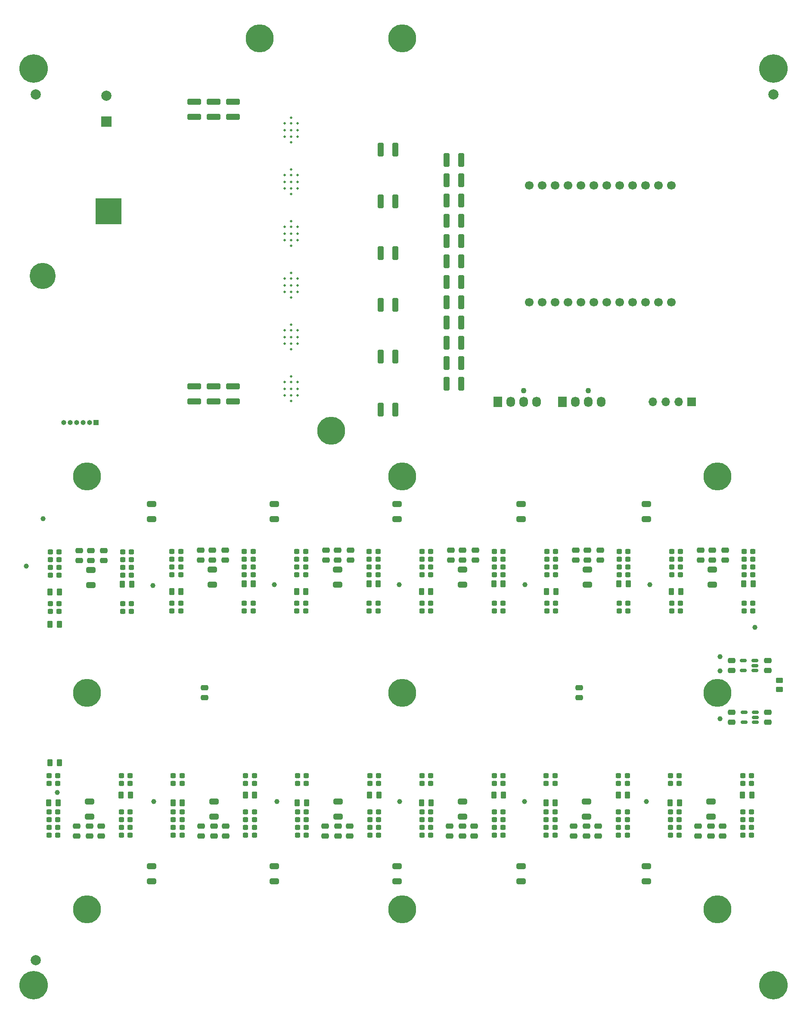
<source format=gbs>
G04 #@! TF.GenerationSoftware,KiCad,Pcbnew,8.0.6*
G04 #@! TF.CreationDate,2024-11-29T22:56:50+01:00*
G04 #@! TF.ProjectId,NerdEKO-Gamma-NoATX,4e657264-454b-44f2-9d47-616d6d612d4e,rev?*
G04 #@! TF.SameCoordinates,Original*
G04 #@! TF.FileFunction,Soldermask,Bot*
G04 #@! TF.FilePolarity,Negative*
%FSLAX46Y46*%
G04 Gerber Fmt 4.6, Leading zero omitted, Abs format (unit mm)*
G04 Created by KiCad (PCBNEW 8.0.6) date 2024-11-29 22:56:50*
%MOMM*%
%LPD*%
G01*
G04 APERTURE LIST*
G04 Aperture macros list*
%AMRoundRect*
0 Rectangle with rounded corners*
0 $1 Rounding radius*
0 $2 $3 $4 $5 $6 $7 $8 $9 X,Y pos of 4 corners*
0 Add a 4 corners polygon primitive as box body*
4,1,4,$2,$3,$4,$5,$6,$7,$8,$9,$2,$3,0*
0 Add four circle primitives for the rounded corners*
1,1,$1+$1,$2,$3*
1,1,$1+$1,$4,$5*
1,1,$1+$1,$6,$7*
1,1,$1+$1,$8,$9*
0 Add four rect primitives between the rounded corners*
20,1,$1+$1,$2,$3,$4,$5,0*
20,1,$1+$1,$4,$5,$6,$7,0*
20,1,$1+$1,$6,$7,$8,$9,0*
20,1,$1+$1,$8,$9,$2,$3,0*%
G04 Aperture macros list end*
%ADD10C,5.600000*%
%ADD11C,5.500000*%
%ADD12C,1.700000*%
%ADD13C,0.499999*%
%ADD14RoundRect,0.076200X-2.488000X2.488000X-2.488000X-2.488000X2.488000X-2.488000X2.488000X2.488000X0*%
%ADD15C,5.128400*%
%ADD16R,2.000000X2.000000*%
%ADD17C,2.000000*%
%ADD18C,1.100000*%
%ADD19R,1.730000X2.030000*%
%ADD20O,1.730000X2.030000*%
%ADD21R,1.700000X1.700000*%
%ADD22O,1.700000X1.700000*%
%ADD23RoundRect,0.250000X-0.650000X0.325000X-0.650000X-0.325000X0.650000X-0.325000X0.650000X0.325000X0*%
%ADD24RoundRect,0.250000X-0.262500X-0.450000X0.262500X-0.450000X0.262500X0.450000X-0.262500X0.450000X0*%
%ADD25RoundRect,0.250000X0.325000X1.100000X-0.325000X1.100000X-0.325000X-1.100000X0.325000X-1.100000X0*%
%ADD26RoundRect,0.237500X-0.300000X-0.237500X0.300000X-0.237500X0.300000X0.237500X-0.300000X0.237500X0*%
%ADD27RoundRect,0.250000X0.262500X0.450000X-0.262500X0.450000X-0.262500X-0.450000X0.262500X-0.450000X0*%
%ADD28RoundRect,0.237500X0.300000X0.237500X-0.300000X0.237500X-0.300000X-0.237500X0.300000X-0.237500X0*%
%ADD29RoundRect,0.250000X0.475000X-0.250000X0.475000X0.250000X-0.475000X0.250000X-0.475000X-0.250000X0*%
%ADD30RoundRect,0.250000X-0.325000X-1.100000X0.325000X-1.100000X0.325000X1.100000X-0.325000X1.100000X0*%
%ADD31C,1.000000*%
%ADD32RoundRect,0.250000X-0.475000X0.250000X-0.475000X-0.250000X0.475000X-0.250000X0.475000X0.250000X0*%
%ADD33RoundRect,0.250000X-1.100000X0.325000X-1.100000X-0.325000X1.100000X-0.325000X1.100000X0.325000X0*%
%ADD34RoundRect,0.250000X0.650000X-0.325000X0.650000X0.325000X-0.650000X0.325000X-0.650000X-0.325000X0*%
%ADD35RoundRect,0.250000X1.100000X-0.325000X1.100000X0.325000X-1.100000X0.325000X-1.100000X-0.325000X0*%
%ADD36RoundRect,0.250000X-0.450000X0.262500X-0.450000X-0.262500X0.450000X-0.262500X0.450000X0.262500X0*%
%ADD37R,1.000000X1.000000*%
%ADD38O,1.000000X1.000000*%
%ADD39RoundRect,0.150000X0.512500X0.150000X-0.512500X0.150000X-0.512500X-0.150000X0.512500X-0.150000X0*%
G04 APERTURE END LIST*
D10*
X185009218Y-214951644D03*
X39509218Y-34951644D03*
D11*
X174000000Y-115000000D03*
X174000000Y-200000000D03*
X174000000Y-157500000D03*
D10*
X185009218Y-34951644D03*
D12*
X136992000Y-57882000D03*
X139532000Y-57882000D03*
X142072000Y-57882000D03*
X144612000Y-57882000D03*
X147152000Y-57882000D03*
X149692000Y-57882000D03*
X152232000Y-57882000D03*
X154772000Y-57882000D03*
X157312000Y-57882000D03*
X159852000Y-57882000D03*
X162392000Y-57882000D03*
X164932000Y-57882000D03*
X164932000Y-80802000D03*
X162392000Y-80802000D03*
X159852000Y-80802000D03*
X157312000Y-80802000D03*
X154772000Y-80802000D03*
X152232000Y-80802000D03*
X149692000Y-80802000D03*
X147152000Y-80802000D03*
X144612000Y-80802000D03*
X142072000Y-80802000D03*
X139532000Y-80802000D03*
X136992000Y-80802000D03*
D13*
X91470003Y-99110000D03*
X91470003Y-97790000D03*
X91470003Y-96470000D03*
X90170003Y-100190000D03*
X90170000Y-99110000D03*
X90170000Y-97790000D03*
X90170000Y-95390000D03*
X90169998Y-96470000D03*
X88870003Y-99110000D03*
X88870003Y-97790000D03*
X88870003Y-96470000D03*
X91470003Y-68630000D03*
X91470003Y-67310000D03*
X91470003Y-65990000D03*
X90170003Y-69710000D03*
X90170000Y-68630000D03*
X90170000Y-67310000D03*
X90170000Y-64910000D03*
X90169998Y-65990000D03*
X88870003Y-68630000D03*
X88870003Y-67310000D03*
X88870003Y-65990000D03*
D14*
X54282000Y-62921500D03*
D15*
X41282000Y-75621500D03*
D11*
X112000000Y-29000000D03*
X98000000Y-106000000D03*
D13*
X91470003Y-48310000D03*
X91470003Y-46990000D03*
X91470003Y-45670000D03*
X90170003Y-49390000D03*
X90170000Y-48310000D03*
X90170000Y-46990000D03*
X90170000Y-44590000D03*
X90169998Y-45670000D03*
X88870003Y-48310000D03*
X88870003Y-46990000D03*
X88870003Y-45670000D03*
D11*
X112000000Y-200000000D03*
D16*
X53848000Y-45293677D03*
D17*
X53848000Y-40293677D03*
D18*
X135890000Y-98170000D03*
D19*
X130810000Y-100330000D03*
D20*
X133350000Y-100330000D03*
X135890000Y-100330000D03*
X138430000Y-100330000D03*
D11*
X84000000Y-29000000D03*
X50000000Y-157500000D03*
D13*
X91470003Y-88950000D03*
X91470003Y-87630000D03*
X91470003Y-86310000D03*
X90170003Y-90030000D03*
X90170000Y-88950000D03*
X90170000Y-87630000D03*
X90170000Y-85230000D03*
X90169998Y-86310000D03*
X88870003Y-88950000D03*
X88870003Y-87630000D03*
X88870003Y-86310000D03*
D18*
X148590000Y-98170000D03*
D19*
X143510000Y-100330000D03*
D20*
X146050000Y-100330000D03*
X148590000Y-100330000D03*
X151130000Y-100330000D03*
D11*
X112000000Y-115000000D03*
X50000000Y-200000000D03*
D10*
X39509218Y-214951644D03*
D11*
X50000000Y-115000000D03*
D13*
X91470003Y-78790000D03*
X91470003Y-77470000D03*
X91470003Y-76150000D03*
X90170003Y-79870000D03*
X90170000Y-78790000D03*
X90170000Y-77470000D03*
X90170000Y-75070000D03*
X90169998Y-76150000D03*
X88870003Y-78790000D03*
X88870003Y-77470000D03*
X88870003Y-76150000D03*
D21*
X168910000Y-100330000D03*
D22*
X166370000Y-100330000D03*
X163830000Y-100330000D03*
X161290000Y-100330000D03*
D13*
X91470003Y-58470000D03*
X91470003Y-57150000D03*
X91470003Y-55830000D03*
X90170003Y-59550000D03*
X90170000Y-58470000D03*
X90170000Y-57150000D03*
X90170000Y-54750000D03*
X90169998Y-55830000D03*
X88870003Y-58470000D03*
X88870003Y-57150000D03*
X88870003Y-55830000D03*
D11*
X112000000Y-157500000D03*
D23*
X160020000Y-191565000D03*
X160020000Y-194515000D03*
D24*
X154484700Y-177546001D03*
X156309700Y-177546001D03*
D25*
X110695000Y-91440000D03*
X107745000Y-91440000D03*
D26*
X42825500Y-131318000D03*
X44550500Y-131318000D03*
X179223500Y-141390667D03*
X180948500Y-141390667D03*
D27*
X156430365Y-136056667D03*
X154605365Y-136056667D03*
D23*
X172974000Y-133311667D03*
X172974000Y-136261667D03*
D28*
X156380365Y-129706667D03*
X154655365Y-129706667D03*
D26*
X81230302Y-173736000D03*
X82955302Y-173736000D03*
D29*
X96983599Y-131418667D03*
X96983599Y-129518667D03*
D30*
X120699000Y-68810908D03*
X123649000Y-68810908D03*
D28*
X93166102Y-183895998D03*
X91441102Y-183895998D03*
X82955301Y-183895999D03*
X81230301Y-183895999D03*
X156380365Y-132754667D03*
X154655365Y-132754667D03*
D31*
X44196000Y-177038000D03*
D26*
X91441102Y-175259999D03*
X93166102Y-175259999D03*
D23*
X74701466Y-133311667D03*
X74701466Y-136261667D03*
D28*
X107244099Y-134278667D03*
X105519099Y-134278667D03*
D26*
X80950966Y-131230667D03*
X82675966Y-131230667D03*
D32*
X175005999Y-183708000D03*
X175005999Y-185608000D03*
X123850400Y-183708000D03*
X123850400Y-185608000D03*
D26*
X154534699Y-185420000D03*
X156259699Y-185420000D03*
D24*
X130049900Y-177546001D03*
X131874900Y-177546001D03*
D26*
X164999500Y-139866667D03*
X166724500Y-139866667D03*
D27*
X142206365Y-137580667D03*
X140381365Y-137580667D03*
D32*
X101701601Y-183707999D03*
X101701601Y-185607999D03*
D26*
X42571502Y-182371998D03*
X44296502Y-182371998D03*
D24*
X164695500Y-179069999D03*
X166520500Y-179069999D03*
D32*
X50546002Y-183707999D03*
X50546002Y-185607999D03*
D33*
X78740000Y-97331000D03*
X78740000Y-100281000D03*
D28*
X131824900Y-175260001D03*
X130099900Y-175260001D03*
D29*
X53340000Y-131506000D03*
X53340000Y-129606000D03*
X72415466Y-131418667D03*
X72415466Y-129518667D03*
D26*
X66726966Y-139866667D03*
X68451966Y-139866667D03*
X115875900Y-180847999D03*
X117600900Y-180847999D03*
D31*
X136144000Y-136271000D03*
D26*
X81230302Y-182371999D03*
X82955302Y-182371999D03*
D28*
X142156365Y-141390667D03*
X140431365Y-141390667D03*
D27*
X180998500Y-136056667D03*
X179173500Y-136056667D03*
D28*
X82955302Y-175260000D03*
X81230302Y-175260000D03*
D30*
X120699000Y-52832000D03*
X123649000Y-52832000D03*
D32*
X148285200Y-183708000D03*
X148285200Y-185608000D03*
D29*
X123837732Y-131418667D03*
X123837732Y-129518667D03*
X99269599Y-131418667D03*
X99269599Y-129518667D03*
D27*
X44600500Y-137668000D03*
X42775500Y-137668000D03*
D26*
X56795502Y-173736000D03*
X58520502Y-173736000D03*
X130087232Y-141390667D03*
X131812232Y-141390667D03*
X164745500Y-185419999D03*
X166470500Y-185419999D03*
D28*
X68451966Y-129706667D03*
X66726966Y-129706667D03*
D34*
X135382000Y-123395000D03*
X135382000Y-120445000D03*
D23*
X86868000Y-191565000D03*
X86868000Y-194515000D03*
D28*
X131812232Y-134278667D03*
X130087232Y-134278667D03*
D27*
X93070099Y-137580667D03*
X91245099Y-137580667D03*
D29*
X121551732Y-131418667D03*
X121551732Y-129518667D03*
D26*
X164745500Y-180847999D03*
X166470500Y-180847999D03*
D28*
X166724500Y-134278667D03*
X164999500Y-134278667D03*
D30*
X120699000Y-56826727D03*
X123649000Y-56826727D03*
D26*
X140310700Y-185419999D03*
X142035700Y-185419999D03*
X57049500Y-141478000D03*
X58774500Y-141478000D03*
D28*
X180948500Y-134278667D03*
X179223500Y-134278667D03*
D27*
X82725966Y-136056667D03*
X80900966Y-136056667D03*
D28*
X180694500Y-175260001D03*
X178969500Y-175260001D03*
D24*
X56745502Y-177546000D03*
X58570502Y-177546000D03*
D23*
X135382000Y-191565000D03*
X135382000Y-194515000D03*
D26*
X67006302Y-182371998D03*
X68731302Y-182371998D03*
D28*
X58520501Y-183895999D03*
X56795501Y-183895999D03*
D32*
X150571199Y-183708000D03*
X150571199Y-185608000D03*
D26*
X130099899Y-185420000D03*
X131824899Y-185420000D03*
D31*
X41402000Y-123317000D03*
D28*
X117600900Y-183895999D03*
X115875900Y-183895999D03*
D26*
X115863232Y-131230667D03*
X117588232Y-131230667D03*
D34*
X123850400Y-181815000D03*
X123850400Y-178865000D03*
D26*
X91441102Y-185419998D03*
X93166102Y-185419998D03*
X81230302Y-180847999D03*
X82955302Y-180847999D03*
X105665102Y-182371999D03*
X107390102Y-182371999D03*
D29*
X101809599Y-131418667D03*
X101809599Y-129518667D03*
D28*
X44550500Y-134366000D03*
X42825500Y-134366000D03*
D34*
X99415602Y-181814999D03*
X99415602Y-178864999D03*
D26*
X42571502Y-175259999D03*
X44296502Y-175259999D03*
D28*
X44296503Y-173735999D03*
X42571503Y-173735999D03*
D26*
X154534700Y-173736001D03*
X156259700Y-173736001D03*
D29*
X172974000Y-131418667D03*
X172974000Y-129518667D03*
D26*
X105519099Y-141390667D03*
X107244099Y-141390667D03*
X154534700Y-180848000D03*
X156259700Y-180848000D03*
D31*
X174498000Y-153162000D03*
D34*
X160020000Y-123395000D03*
X160020000Y-120445000D03*
D32*
X183896000Y-151196000D03*
X183896000Y-153096000D03*
D26*
X67006302Y-175259999D03*
X68731302Y-175259999D03*
D28*
X117588232Y-141390667D03*
X115863232Y-141390667D03*
D26*
X154655365Y-131230667D03*
X156380365Y-131230667D03*
D28*
X58774500Y-139954000D03*
X57049500Y-139954000D03*
D33*
X71120000Y-97331000D03*
X71120000Y-100281000D03*
D26*
X56795501Y-185419999D03*
X58520501Y-185419999D03*
D28*
X180948500Y-129706667D03*
X179223500Y-129706667D03*
D31*
X174498000Y-150368000D03*
D28*
X93166103Y-173735999D03*
X91441103Y-173735999D03*
D24*
X66956302Y-179069998D03*
X68781302Y-179069998D03*
D28*
X117600901Y-173736000D03*
X115875901Y-173736000D03*
X68731303Y-173735999D03*
X67006303Y-173735999D03*
D32*
X183896000Y-161356000D03*
X183896000Y-163256000D03*
D24*
X81180302Y-177546000D03*
X83005302Y-177546000D03*
D34*
X148285200Y-181815000D03*
X148285200Y-178865000D03*
D26*
X66726966Y-131230667D03*
X68451966Y-131230667D03*
D28*
X82675966Y-139866667D03*
X80950966Y-139866667D03*
D31*
X174498000Y-162560000D03*
D26*
X178969500Y-182372000D03*
X180694500Y-182372000D03*
D32*
X73152000Y-156530000D03*
X73152000Y-158430000D03*
D23*
X123837732Y-133311667D03*
X123837732Y-136261667D03*
D31*
X38100000Y-132588000D03*
D35*
X78740000Y-44401000D03*
X78740000Y-41451000D03*
D27*
X44600500Y-144018000D03*
X42775500Y-144018000D03*
D26*
X140310700Y-182371999D03*
X142035700Y-182371999D03*
D31*
X63119000Y-178816000D03*
D28*
X58774500Y-134366000D03*
X57049500Y-134366000D03*
D32*
X99415602Y-183707999D03*
X99415602Y-185607999D03*
D26*
X81230301Y-185419999D03*
X82955301Y-185419999D03*
D28*
X156259700Y-175260001D03*
X154534700Y-175260001D03*
D29*
X126377732Y-131418667D03*
X126377732Y-129518667D03*
D27*
X131862232Y-136056667D03*
X130037232Y-136056667D03*
D28*
X58520502Y-175260000D03*
X56795502Y-175260000D03*
D23*
X62738000Y-191565000D03*
X62738000Y-194515000D03*
D28*
X180948500Y-132754667D03*
X179223500Y-132754667D03*
D26*
X140310700Y-180847999D03*
X142035700Y-180847999D03*
D29*
X146119865Y-131418667D03*
X146119865Y-129518667D03*
D28*
X180948500Y-139866667D03*
X179223500Y-139866667D03*
D26*
X178969500Y-180848000D03*
X180694500Y-180848000D03*
D28*
X58774500Y-129794000D03*
X57049500Y-129794000D03*
X68731302Y-183895998D03*
X67006302Y-183895998D03*
X82675966Y-132754667D03*
X80950966Y-132754667D03*
X142156365Y-129706667D03*
X140431365Y-129706667D03*
X68451966Y-132754667D03*
X66726966Y-132754667D03*
D36*
X186182000Y-155043500D03*
X186182000Y-156868500D03*
D26*
X115875900Y-175260000D03*
X117600900Y-175260000D03*
D27*
X68501966Y-137580667D03*
X66676966Y-137580667D03*
D32*
X146812000Y-156530000D03*
X146812000Y-158430000D03*
D34*
X74980802Y-181814999D03*
X74980802Y-178864999D03*
D24*
X115825900Y-179069999D03*
X117650900Y-179069999D03*
D28*
X156380365Y-134278667D03*
X154655365Y-134278667D03*
D26*
X115875900Y-182371999D03*
X117600900Y-182371999D03*
D32*
X77266801Y-183707999D03*
X77266801Y-185607999D03*
X172720000Y-183708000D03*
X172720000Y-185608000D03*
D27*
X58824500Y-136144000D03*
X56999500Y-136144000D03*
D26*
X105519099Y-131230667D03*
X107244099Y-131230667D03*
D28*
X82675966Y-134278667D03*
X80950966Y-134278667D03*
D29*
X170688000Y-131418667D03*
X170688000Y-129518667D03*
D31*
X62992000Y-136398000D03*
D26*
X130099900Y-180848000D03*
X131824900Y-180848000D03*
D28*
X131824899Y-183896000D03*
X130099899Y-183896000D03*
D32*
X145745200Y-183708000D03*
X145745200Y-185608000D03*
D27*
X107294099Y-136056667D03*
X105469099Y-136056667D03*
D26*
X140310700Y-175260000D03*
X142035700Y-175260000D03*
D30*
X120699000Y-96774000D03*
X123649000Y-96774000D03*
D26*
X130099900Y-173736001D03*
X131824900Y-173736001D03*
D28*
X142156365Y-134278667D03*
X140431365Y-134278667D03*
X82675966Y-129706667D03*
X80950966Y-129706667D03*
D37*
X51816000Y-104394000D03*
D38*
X50546000Y-104394000D03*
X49276000Y-104394000D03*
X48006000Y-104394000D03*
X46736000Y-104394000D03*
X45466000Y-104394000D03*
D30*
X120699000Y-84789816D03*
X123649000Y-84789816D03*
D26*
X42825500Y-139954000D03*
X44550500Y-139954000D03*
D17*
X40000000Y-40000000D03*
D30*
X120699000Y-80795089D03*
X123649000Y-80795089D03*
D32*
X170180000Y-183708000D03*
X170180000Y-185608000D03*
D26*
X105665102Y-180847999D03*
X107390102Y-180847999D03*
X164999500Y-131230667D03*
X166724500Y-131230667D03*
D30*
X120699000Y-60821454D03*
X123649000Y-60821454D03*
D28*
X68451966Y-134278667D03*
X66726966Y-134278667D03*
D25*
X110695000Y-71120000D03*
X107745000Y-71120000D03*
D26*
X130099900Y-182372000D03*
X131824900Y-182372000D03*
X80950966Y-141390667D03*
X82675966Y-141390667D03*
D32*
X96875602Y-183707999D03*
X96875602Y-185607999D03*
D34*
X172720000Y-181815000D03*
X172720000Y-178865000D03*
D31*
X136017000Y-178816000D03*
D28*
X44550500Y-132842000D03*
X42825500Y-132842000D03*
D23*
X110998000Y-191565000D03*
X110998000Y-194515000D03*
D32*
X121310400Y-183708000D03*
X121310400Y-185608000D03*
D26*
X154534700Y-182372000D03*
X156259700Y-182372000D03*
D28*
X142035701Y-173736000D03*
X140310701Y-173736000D03*
D34*
X50546002Y-181814999D03*
X50546002Y-178864999D03*
D28*
X58774500Y-132842000D03*
X57049500Y-132842000D03*
D26*
X130087232Y-131230667D03*
X131812232Y-131230667D03*
D28*
X131812232Y-129706667D03*
X130087232Y-129706667D03*
X142156365Y-132754667D03*
X140431365Y-132754667D03*
X156380365Y-139866667D03*
X154655365Y-139866667D03*
D26*
X154655365Y-141390667D03*
X156380365Y-141390667D03*
X91441102Y-180847998D03*
X93166102Y-180847998D03*
D30*
X120699000Y-92779270D03*
X123649000Y-92779270D03*
D26*
X164745500Y-182371999D03*
X166470500Y-182371999D03*
D24*
X91391102Y-179069998D03*
X93216102Y-179069998D03*
D28*
X68451966Y-141390667D03*
X66726966Y-141390667D03*
D29*
X150945865Y-131418667D03*
X150945865Y-129518667D03*
D31*
X86868000Y-136271000D03*
D28*
X93020099Y-129706667D03*
X91295099Y-129706667D03*
X166724500Y-141390667D03*
X164999500Y-141390667D03*
X131812232Y-132754667D03*
X130087232Y-132754667D03*
D26*
X115875900Y-185419999D03*
X117600900Y-185419999D03*
D39*
X181477500Y-161356000D03*
X181477500Y-162306000D03*
X181477500Y-163256000D03*
X179202500Y-163256000D03*
X179202500Y-161356000D03*
D26*
X140431365Y-139866667D03*
X142156365Y-139866667D03*
D39*
X181345000Y-151196000D03*
X181345000Y-152146000D03*
X181345000Y-153096000D03*
X179070000Y-153096000D03*
X179070000Y-151196000D03*
D26*
X56795502Y-182371999D03*
X58520502Y-182371999D03*
X42571502Y-185419998D03*
X44296502Y-185419998D03*
D25*
X110695000Y-60960000D03*
X107745000Y-60960000D03*
D31*
X181356000Y-144653000D03*
D30*
X120699000Y-72805635D03*
X123649000Y-72805635D03*
D28*
X93020099Y-134278667D03*
X91295099Y-134278667D03*
X131812232Y-139866667D03*
X130087232Y-139866667D03*
D26*
X115863232Y-139866667D03*
X117588232Y-139866667D03*
D25*
X110695000Y-101854000D03*
X107745000Y-101854000D03*
D26*
X105665102Y-173736000D03*
X107390102Y-173736000D03*
D29*
X74701466Y-131418667D03*
X74701466Y-129518667D03*
D28*
X107390102Y-175260000D03*
X105665102Y-175260000D03*
D27*
X166774500Y-137580667D03*
X164949500Y-137580667D03*
D32*
X126136399Y-183708000D03*
X126136399Y-185608000D03*
D30*
X120699000Y-76800362D03*
X123649000Y-76800362D03*
D26*
X164745500Y-175260000D03*
X166470500Y-175260000D03*
D17*
X40000000Y-210000000D03*
D26*
X178969499Y-185420000D03*
X180694499Y-185420000D03*
D32*
X74980802Y-183707999D03*
X74980802Y-185607999D03*
X52832001Y-183707999D03*
X52832001Y-185607999D03*
D30*
X120699000Y-64816181D03*
X123649000Y-64816181D03*
D25*
X110695000Y-81280000D03*
X107745000Y-81280000D03*
D28*
X44550500Y-129794000D03*
X42825500Y-129794000D03*
D23*
X50800000Y-133399000D03*
X50800000Y-136349000D03*
D26*
X57049500Y-131318000D03*
X58774500Y-131318000D03*
D28*
X166724500Y-129706667D03*
X164999500Y-129706667D03*
D29*
X50800000Y-131506000D03*
X50800000Y-129606000D03*
D34*
X110998000Y-123395000D03*
X110998000Y-120445000D03*
D35*
X71107000Y-44401000D03*
X71107000Y-41451000D03*
D27*
X117638232Y-137580667D03*
X115813232Y-137580667D03*
D32*
X72440802Y-183707999D03*
X72440802Y-185607999D03*
D28*
X117588232Y-132754667D03*
X115863232Y-132754667D03*
D24*
X105615102Y-177546000D03*
X107440102Y-177546000D03*
X42775500Y-171196000D03*
X44600500Y-171196000D03*
D26*
X91295099Y-131230667D03*
X93020099Y-131230667D03*
D17*
X185000000Y-40000000D03*
D26*
X140431365Y-131230667D03*
X142156365Y-131230667D03*
D28*
X156259699Y-183896000D03*
X154534699Y-183896000D03*
D23*
X148405865Y-133311667D03*
X148405865Y-136261667D03*
X99269599Y-133311667D03*
X99269599Y-136261667D03*
D28*
X166470501Y-173736000D03*
X164745501Y-173736000D03*
X44550500Y-141478000D03*
X42825500Y-141478000D03*
D24*
X140260700Y-179069999D03*
X142085700Y-179069999D03*
D29*
X77241466Y-131418667D03*
X77241466Y-129518667D03*
D26*
X67006302Y-180847998D03*
X68731302Y-180847998D03*
D28*
X93020099Y-132754667D03*
X91295099Y-132754667D03*
D26*
X178969500Y-173736001D03*
X180694500Y-173736001D03*
X67006302Y-185419998D03*
X68731302Y-185419998D03*
D28*
X107244099Y-132754667D03*
X105519099Y-132754667D03*
X93020099Y-141390667D03*
X91295099Y-141390667D03*
X107244099Y-129706667D03*
X105519099Y-129706667D03*
X166470500Y-183895999D03*
X164745500Y-183895999D03*
X166724500Y-132754667D03*
X164999500Y-132754667D03*
D34*
X62738000Y-123395000D03*
X62738000Y-120445000D03*
D24*
X178919500Y-177546001D03*
X180744500Y-177546001D03*
D34*
X86868000Y-123395000D03*
X86868000Y-120445000D03*
D28*
X107244099Y-139866667D03*
X105519099Y-139866667D03*
D26*
X56795502Y-180847999D03*
X58520502Y-180847999D03*
D28*
X180694499Y-183896000D03*
X178969499Y-183896000D03*
D29*
X48514000Y-131506000D03*
X48514000Y-129606000D03*
D28*
X117588232Y-129706667D03*
X115863232Y-129706667D03*
D31*
X111506000Y-178816000D03*
D26*
X42571502Y-180847998D03*
X44296502Y-180847998D03*
D25*
X110695000Y-50800000D03*
X107745000Y-50800000D03*
D29*
X175514000Y-131418667D03*
X175514000Y-129518667D03*
D26*
X179223500Y-131230667D03*
X180948500Y-131230667D03*
D33*
X74930000Y-97331000D03*
X74930000Y-100281000D03*
D28*
X117588232Y-134278667D03*
X115863232Y-134278667D03*
D26*
X91295099Y-139866667D03*
X93020099Y-139866667D03*
D31*
X87376000Y-178816000D03*
D28*
X107390101Y-183895999D03*
X105665101Y-183895999D03*
D30*
X120699000Y-88784543D03*
X123649000Y-88784543D03*
D26*
X91441102Y-182371998D03*
X93166102Y-182371998D03*
D28*
X142035700Y-183895999D03*
X140310700Y-183895999D03*
D32*
X176784000Y-151196000D03*
X176784000Y-153096000D03*
D29*
X148405865Y-131418667D03*
X148405865Y-129518667D03*
D31*
X160020000Y-178816000D03*
D26*
X105665101Y-185419999D03*
X107390101Y-185419999D03*
D32*
X48006002Y-183707999D03*
X48006002Y-185607999D03*
X176784000Y-161356000D03*
X176784000Y-163256000D03*
D31*
X111379000Y-136271000D03*
D35*
X74930000Y-44401000D03*
X74930000Y-41451000D03*
D31*
X160655000Y-136271000D03*
D28*
X44296502Y-183895998D03*
X42571502Y-183895998D03*
D24*
X42521502Y-179069998D03*
X44346502Y-179069998D03*
M02*

</source>
